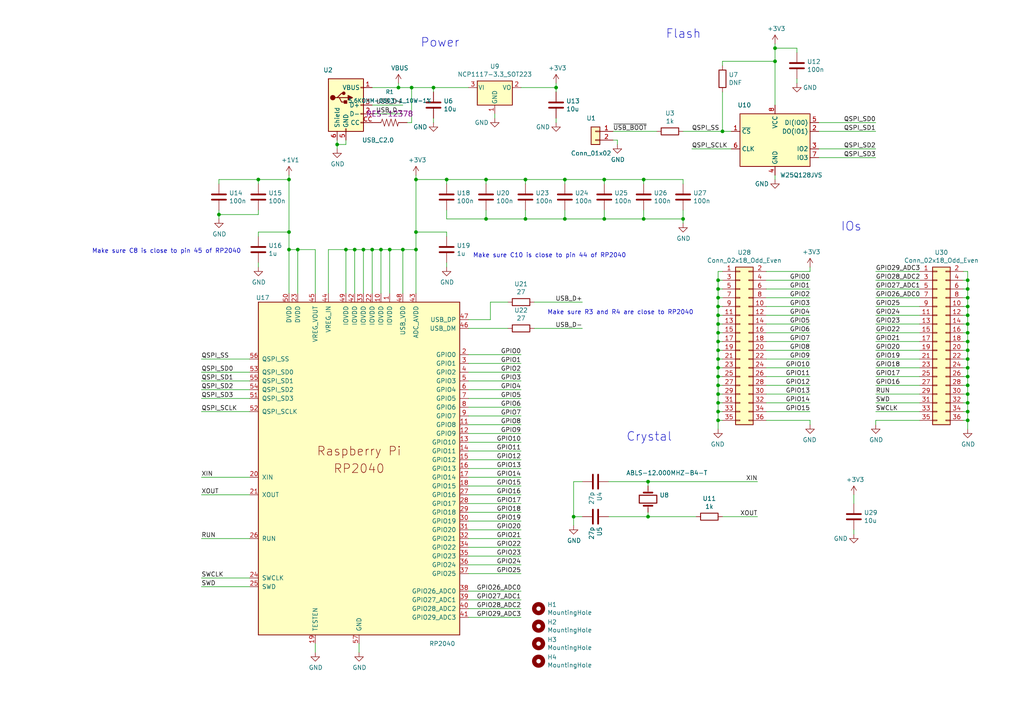
<source format=kicad_sch>
(kicad_sch (version 20211123) (generator eeschema)
  (paper "A4")
  (lib_symbols
    (symbol "Connector_Generic:Conn_01x02" (pin_names (offset 1.016) hide)
      (property "Reference" "J" (at 0 2.54 0))
      (property "Value" "Conn_01x02" (at 0 -5.08 0))
      (symbol "Conn_01x02_1_1"
        (rectangle (start -1.27 -2.413) (end 0 -2.667) (stroke (width 0.1524)))
        (rectangle (start -1.27 0.127) (end 0 -0.127) (stroke (width 0.1524)))
        (rectangle (start -1.27 1.27) (end 1.27 -3.81) (stroke (width 0.254)) (fill (type background)))
        (pin passive line (at -5.08 0 0) (length 3.81) (name "Pin_1") (number "1"))
        (pin passive line (at -5.08 -2.54 0) (length 3.81) (name "Pin_2") (number "2"))
      )
    )
    (symbol "Connector_Generic:Conn_02x18_Odd_Even" (pin_names (offset 1.016) hide)
      (property "Reference" "J" (at 1.27 22.86 0))
      (property "Value" "Conn_02x18_Odd_Even" (at 1.27 -25.4 0))
      (symbol "Conn_02x18_Odd_Even_1_1"
        (rectangle (start -1.27 -22.733) (end 0 -22.987) (stroke (width 0.1524)))
        (rectangle (start -1.27 -20.193) (end 0 -20.447) (stroke (width 0.1524)))
        (rectangle (start -1.27 -17.653) (end 0 -17.907) (stroke (width 0.1524)))
        (rectangle (start -1.27 -15.113) (end 0 -15.367) (stroke (width 0.1524)))
        (rectangle (start -1.27 -12.573) (end 0 -12.827) (stroke (width 0.1524)))
        (rectangle (start -1.27 -10.033) (end 0 -10.287) (stroke (width 0.1524)))
        (rectangle (start -1.27 -7.493) (end 0 -7.747) (stroke (width 0.1524)))
        (rectangle (start -1.27 -4.953) (end 0 -5.207) (stroke (width 0.1524)))
        (rectangle (start -1.27 -2.413) (end 0 -2.667) (stroke (width 0.1524)))
        (rectangle (start -1.27 0.127) (end 0 -0.127) (stroke (width 0.1524)))
        (rectangle (start -1.27 2.667) (end 0 2.413) (stroke (width 0.1524)))
        (rectangle (start -1.27 5.207) (end 0 4.953) (stroke (width 0.1524)))
        (rectangle (start -1.27 7.747) (end 0 7.493) (stroke (width 0.1524)))
        (rectangle (start -1.27 10.287) (end 0 10.033) (stroke (width 0.1524)))
        (rectangle (start -1.27 12.827) (end 0 12.573) (stroke (width 0.1524)))
        (rectangle (start -1.27 15.367) (end 0 15.113) (stroke (width 0.1524)))
        (rectangle (start -1.27 17.907) (end 0 17.653) (stroke (width 0.1524)))
        (rectangle (start -1.27 20.447) (end 0 20.193) (stroke (width 0.1524)))
        (rectangle (start -1.27 21.59) (end 3.81 -24.13) (stroke (width 0.254)) (fill (type background)))
        (rectangle (start 3.81 -22.733) (end 2.54 -22.987) (stroke (width 0.1524)))
        (rectangle (start 3.81 -20.193) (end 2.54 -20.447) (stroke (width 0.1524)))
        (rectangle (start 3.81 -17.653) (end 2.54 -17.907) (stroke (width 0.1524)))
        (rectangle (start 3.81 -15.113) (end 2.54 -15.367) (stroke (width 0.1524)))
        (rectangle (start 3.81 -12.573) (end 2.54 -12.827) (stroke (width 0.1524)))
        (rectangle (start 3.81 -10.033) (end 2.54 -10.287) (stroke (width 0.1524)))
        (rectangle (start 3.81 -7.493) (end 2.54 -7.747) (stroke (width 0.1524)))
        (rectangle (start 3.81 -4.953) (end 2.54 -5.207) (stroke (width 0.1524)))
        (rectangle (start 3.81 -2.413) (end 2.54 -2.667) (stroke (width 0.1524)))
        (rectangle (start 3.81 0.127) (end 2.54 -0.127) (stroke (width 0.1524)))
        (rectangle (start 3.81 2.667) (end 2.54 2.413) (stroke (width 0.1524)))
        (rectangle (start 3.81 5.207) (end 2.54 4.953) (stroke (width 0.1524)))
        (rectangle (start 3.81 7.747) (end 2.54 7.493) (stroke (width 0.1524)))
        (rectangle (start 3.81 10.287) (end 2.54 10.033) (stroke (width 0.1524)))
        (rectangle (start 3.81 12.827) (end 2.54 12.573) (stroke (width 0.1524)))
        (rectangle (start 3.81 15.367) (end 2.54 15.113) (stroke (width 0.1524)))
        (rectangle (start 3.81 17.907) (end 2.54 17.653) (stroke (width 0.1524)))
        (rectangle (start 3.81 20.447) (end 2.54 20.193) (stroke (width 0.1524)))
        (pin passive line (at -5.08 20.32 0) (length 3.81) (name "Pin_1") (number "1"))
        (pin passive line (at 7.62 10.16 180) (length 3.81) (name "Pin_10") (number "10"))
        (pin passive line (at -5.08 7.62 0) (length 3.81) (name "Pin_11") (number "11"))
        (pin passive line (at 7.62 7.62 180) (length 3.81) (name "Pin_12") (number "12"))
        (pin passive line (at -5.08 5.08 0) (length 3.81) (name "Pin_13") (number "13"))
        (pin passive line (at 7.62 5.08 180) (length 3.81) (name "Pin_14") (number "14"))
        (pin passive line (at -5.08 2.54 0) (length 3.81) (name "Pin_15") (number "15"))
        (pin passive line (at 7.62 2.54 180) (length 3.81) (name "Pin_16") (number "16"))
        (pin passive line (at -5.08 0 0) (length 3.81) (name "Pin_17") (number "17"))
        (pin passive line (at 7.62 0 180) (length 3.81) (name "Pin_18") (number "18"))
        (pin passive line (at -5.08 -2.54 0) (length 3.81) (name "Pin_19") (number "19"))
        (pin passive line (at 7.62 20.32 180) (length 3.81) (name "Pin_2") (number "2"))
        (pin passive line (at 7.62 -2.54 180) (length 3.81) (name "Pin_20") (number "20"))
        (pin passive line (at -5.08 -5.08 0) (length 3.81) (name "Pin_21") (number "21"))
        (pin passive line (at 7.62 -5.08 180) (length 3.81) (name "Pin_22") (number "22"))
        (pin passive line (at -5.08 -7.62 0) (length 3.81) (name "Pin_23") (number "23"))
        (pin passive line (at 7.62 -7.62 180) (length 3.81) (name "Pin_24") (number "24"))
        (pin passive line (at -5.08 -10.16 0) (length 3.81) (name "Pin_25") (number "25"))
        (pin passive line (at 7.62 -10.16 180) (length 3.81) (name "Pin_26") (number "26"))
        (pin passive line (at -5.08 -12.7 0) (length 3.81) (name "Pin_27") (number "27"))
        (pin passive line (at 7.62 -12.7 180) (length 3.81) (name "Pin_28") (number "28"))
        (pin passive line (at -5.08 -15.24 0) (length 3.81) (name "Pin_29") (number "29"))
        (pin passive line (at -5.08 17.78 0) (length 3.81) (name "Pin_3") (number "3"))
        (pin passive line (at 7.62 -15.24 180) (length 3.81) (name "Pin_30") (number "30"))
        (pin passive line (at -5.08 -17.78 0) (length 3.81) (name "Pin_31") (number "31"))
        (pin passive line (at 7.62 -17.78 180) (length 3.81) (name "Pin_32") (number "32"))
        (pin passive line (at -5.08 -20.32 0) (length 3.81) (name "Pin_33") (number "33"))
        (pin passive line (at 7.62 -20.32 180) (length 3.81) (name "Pin_34") (number "34"))
        (pin passive line (at -5.08 -22.86 0) (length 3.81) (name "Pin_35") (number "35"))
        (pin passive line (at 7.62 -22.86 180) (length 3.81) (name "Pin_36") (number "36"))
        (pin passive line (at 7.62 17.78 180) (length 3.81) (name "Pin_4") (number "4"))
        (pin passive line (at -5.08 15.24 0) (length 3.81) (name "Pin_5") (number "5"))
        (pin passive line (at 7.62 15.24 180) (length 3.81) (name "Pin_6") (number "6"))
        (pin passive line (at -5.08 12.7 0) (length 3.81) (name "Pin_7") (number "7"))
        (pin passive line (at 7.62 12.7 180) (length 3.81) (name "Pin_8") (number "8"))
        (pin passive line (at -5.08 10.16 0) (length 3.81) (name "Pin_9") (number "9"))
      )
    )
    (symbol "Device:C" (pin_numbers hide) (pin_names (offset 0.254))
      (property "Reference" "C" (at 0.635 2.54 0))
      (property "Value" "C" (at 0.635 -2.54 0))
      (symbol "C_0_1"
        (polyline (pts (xy -2.032 -0.762) (xy 2.032 -0.762)) (stroke (width 0.508)))
        (polyline (pts (xy -2.032 0.762) (xy 2.032 0.762)) (stroke (width 0.508)))
      )
      (symbol "C_1_1"
        (pin passive line (at 0 3.81 270) (length 2.794) (name "~") (number "1"))
        (pin passive line (at 0 -3.81 90) (length 2.794) (name "~") (number "2"))
      )
    )
    (symbol "Device:Crystal" (pin_numbers hide) (pin_names (offset 1.016) hide)
      (property "Reference" "Y" (at 0 3.81 0))
      (property "Value" "Crystal" (at 0 -3.81 0))
      (symbol "Crystal_0_1"
        (rectangle (start -1.143 2.54) (end 1.143 -2.54) (stroke (width 0.3048)))
        (polyline (pts (xy -2.54 0) (xy -1.905 0)))
        (polyline (pts (xy -1.905 -1.27) (xy -1.905 1.27)) (stroke (width 0.508)))
        (polyline (pts (xy 1.905 -1.27) (xy 1.905 1.27)) (stroke (width 0.508)))
        (polyline (pts (xy 2.54 0) (xy 1.905 0)))
      )
      (symbol "Crystal_1_1"
        (pin passive line (at -3.81 0 0) (length 1.27) (name "1") (number "1"))
        (pin passive line (at 3.81 0 180) (length 1.27) (name "2") (number "2"))
      )
    )
    (symbol "Device:R" (pin_numbers hide) (pin_names (offset 0))
      (property "Reference" "R" (at 2.032 0 90))
      (property "Value" "R" (at 0 0 90))
      (symbol "R_0_1"
        (rectangle (start -1.016 -2.54) (end 1.016 2.54) (stroke (width 0.254)))
      )
      (symbol "R_1_1"
        (pin passive line (at 0 3.81 270) (length 1.27) (name "~") (number "1"))
        (pin passive line (at 0 -3.81 90) (length 1.27) (name "~") (number "2"))
      )
    )
    (symbol "MCU_RaspberryPi_RP2040:RP2040" (pin_names (offset 1.016))
      (property "Reference" "U" (at -29.21 49.53 0))
      (property "Value" "RP2040" (at 24.13 -49.53 0))
      (symbol "RP2040_0_0"
        (text "Raspberry Pi" (at 0 5.08 0) (effects (font (size 2.54 2.54))))
        (text "RP2040" (at 0 0 0) (effects (font (size 2.54 2.54))))
      )
      (symbol "RP2040_0_1"
        (rectangle (start 29.21 48.26) (end -29.21 -48.26) (stroke (width 0.254)) (fill (type background)))
      )
      (symbol "RP2040_1_1"
        (pin power_in line (at 8.89 50.8 270) (length 2.54) (name "IOVDD") (number "1"))
        (pin power_in line (at 6.35 50.8 270) (length 2.54) (name "IOVDD") (number "10"))
        (pin bidirectional line (at 31.75 12.7 180) (length 2.54) (name "GPIO8") (number "11"))
        (pin bidirectional line (at 31.75 10.16 180) (length 2.54) (name "GPIO9") (number "12"))
        (pin bidirectional line (at 31.75 7.62 180) (length 2.54) (name "GPIO10") (number "13"))
        (pin bidirectional line (at 31.75 5.08 180) (length 2.54) (name "GPIO11") (number "14"))
        (pin bidirectional line (at 31.75 2.54 180) (length 2.54) (name "GPIO12") (number "15"))
        (pin bidirectional line (at 31.75 0 180) (length 2.54) (name "GPIO13") (number "16"))
        (pin bidirectional line (at 31.75 -2.54 180) (length 2.54) (name "GPIO14") (number "17"))
        (pin bidirectional line (at 31.75 -5.08 180) (length 2.54) (name "GPIO15") (number "18"))
        (pin passive line (at -12.7 -50.8 90) (length 2.54) (name "TESTEN") (number "19"))
        (pin bidirectional line (at 31.75 33.02 180) (length 2.54) (name "GPIO0") (number "2"))
        (pin input line (at -31.75 -2.54 0) (length 2.54) (name "XIN") (number "20"))
        (pin passive line (at -31.75 -7.62 0) (length 2.54) (name "XOUT") (number "21"))
        (pin power_in line (at 3.81 50.8 270) (length 2.54) (name "IOVDD") (number "22"))
        (pin power_in line (at -17.78 50.8 270) (length 2.54) (name "DVDD") (number "23"))
        (pin output line (at -31.75 -31.75 0) (length 2.54) (name "SWCLK") (number "24"))
        (pin bidirectional line (at -31.75 -34.29 0) (length 2.54) (name "SWD") (number "25"))
        (pin input line (at -31.75 -20.32 0) (length 2.54) (name "RUN") (number "26"))
        (pin bidirectional line (at 31.75 -7.62 180) (length 2.54) (name "GPIO16") (number "27"))
        (pin bidirectional line (at 31.75 -10.16 180) (length 2.54) (name "GPIO17") (number "28"))
        (pin bidirectional line (at 31.75 -12.7 180) (length 2.54) (name "GPIO18") (number "29"))
        (pin bidirectional line (at 31.75 30.48 180) (length 2.54) (name "GPIO1") (number "3"))
        (pin bidirectional line (at 31.75 -15.24 180) (length 2.54) (name "GPIO19") (number "30"))
        (pin bidirectional line (at 31.75 -17.78 180) (length 2.54) (name "GPIO20") (number "31"))
        (pin bidirectional line (at 31.75 -20.32 180) (length 2.54) (name "GPIO21") (number "32"))
        (pin power_in line (at 1.27 50.8 270) (length 2.54) (name "IOVDD") (number "33"))
        (pin bidirectional line (at 31.75 -22.86 180) (length 2.54) (name "GPIO22") (number "34"))
        (pin bidirectional line (at 31.75 -25.4 180) (length 2.54) (name "GPIO23") (number "35"))
        (pin bidirectional line (at 31.75 -27.94 180) (length 2.54) (name "GPIO24") (number "36"))
        (pin bidirectional line (at 31.75 -30.48 180) (length 2.54) (name "GPIO25") (number "37"))
        (pin bidirectional line (at 31.75 -35.56 180) (length 2.54) (name "GPIO26_ADC0") (number "38"))
        (pin bidirectional line (at 31.75 -38.1 180) (length 2.54) (name "GPIO27_ADC1") (number "39"))
        (pin bidirectional line (at 31.75 27.94 180) (length 2.54) (name "GPIO2") (number "4"))
        (pin bidirectional line (at 31.75 -40.64 180) (length 2.54) (name "GPIO28_ADC2") (number "40"))
        (pin bidirectional line (at 31.75 -43.18 180) (length 2.54) (name "GPIO29_ADC3") (number "41"))
        (pin power_in line (at -1.27 50.8 270) (length 2.54) (name "IOVDD") (number "42"))
        (pin power_in line (at 16.51 50.8 270) (length 2.54) (name "ADC_AVDD") (number "43"))
        (pin power_in line (at -8.89 50.8 270) (length 2.54) (name "VREG_IN") (number "44"))
        (pin power_out line (at -12.7 50.8 270) (length 2.54) (name "VREG_VOUT") (number "45"))
        (pin bidirectional line (at 31.75 40.64 180) (length 2.54) (name "USB_DM") (number "46"))
        (pin bidirectional line (at 31.75 43.18 180) (length 2.54) (name "USB_DP") (number "47"))
        (pin power_in line (at 12.7 50.8 270) (length 2.54) (name "USB_VDD") (number "48"))
        (pin power_in line (at -3.81 50.8 270) (length 2.54) (name "IOVDD") (number "49"))
        (pin bidirectional line (at 31.75 25.4 180) (length 2.54) (name "GPIO3") (number "5"))
        (pin power_in line (at -20.32 50.8 270) (length 2.54) (name "DVDD") (number "50"))
        (pin bidirectional line (at -31.75 20.32 0) (length 2.54) (name "QSPI_SD3") (number "51"))
        (pin output line (at -31.75 16.51 0) (length 2.54) (name "QSPI_SCLK") (number "52"))
        (pin bidirectional line (at -31.75 27.94 0) (length 2.54) (name "QSPI_SD0") (number "53"))
        (pin bidirectional line (at -31.75 22.86 0) (length 2.54) (name "QSPI_SD2") (number "54"))
        (pin bidirectional line (at -31.75 25.4 0) (length 2.54) (name "QSPI_SD1") (number "55"))
        (pin bidirectional line (at -31.75 31.75 0) (length 2.54) (name "QSPI_SS") (number "56"))
        (pin power_in line (at 0 -50.8 90) (length 2.54) (name "GND") (number "57"))
        (pin bidirectional line (at 31.75 22.86 180) (length 2.54) (name "GPIO4") (number "6"))
        (pin bidirectional line (at 31.75 20.32 180) (length 2.54) (name "GPIO5") (number "7"))
        (pin bidirectional line (at 31.75 17.78 180) (length 2.54) (name "GPIO6") (number "8"))
        (pin bidirectional line (at 31.75 15.24 180) (length 2.54) (name "GPIO7") (number "9"))
      )
    )
    (symbol "Mechanical:MountingHole" (pin_names (offset 1.016))
      (property "Reference" "H" (at 0 5.08 0))
      (property "Value" "MountingHole" (at 0 3.175 0))
      (symbol "MountingHole_0_1"
        (circle (center 0 0) (radius 1.27) (stroke (width 1.27)))
      )
    )
    (symbol "Memory_Flash:W25Q128JVS"
      (property "Reference" "U" (at -8.89 8.89 0))
      (property "Value" "W25Q128JVS" (at 7.62 8.89 0))
      (symbol "W25Q128JVS_0_1"
        (rectangle (start -10.16 7.62) (end 10.16 -7.62) (stroke (width 0.254)) (fill (type background)))
      )
      (symbol "W25Q128JVS_1_1"
        (pin input line (at -12.7 2.54 0) (length 2.54) (name "~{CS}") (number "1"))
        (pin bidirectional line (at 12.7 2.54 180) (length 2.54) (name "DO(IO1)") (number "2"))
        (pin bidirectional line (at 12.7 -2.54 180) (length 2.54) (name "IO2") (number "3"))
        (pin power_in line (at 0 -10.16 90) (length 2.54) (name "GND") (number "4"))
        (pin bidirectional line (at 12.7 5.08 180) (length 2.54) (name "DI(IO0)") (number "5"))
        (pin input line (at -12.7 -2.54 0) (length 2.54) (name "CLK") (number "6"))
        (pin bidirectional line (at 12.7 -5.08 180) (length 2.54) (name "IO3") (number "7"))
        (pin power_in line (at 0 10.16 270) (length 2.54) (name "VCC") (number "8"))
      )
    )
    (symbol "RP2040_minimal-rescue:USB_B_Micro-Connector" (pin_names (offset 1.016))
      (property "Reference" "U2" (at -3.81 10.16 0))
      (property "Value" "USB_C2.0" (at 13.97 -10.16 0))
      (symbol "USB_B_Micro-Connector_0_1"
        (rectangle (start -5.08 -7.62) (end 5.08 7.62) (stroke (width 0.254)) (fill (type background)))
        (circle (center -3.81 2.159) (radius 0.635) (stroke (width 0.254)) (fill (type outline)))
        (circle (center -0.635 3.429) (radius 0.381) (stroke (width 0.254)) (fill (type outline)))
        (rectangle (start -0.127 -7.62) (end 0.127 -6.858))
        (polyline (pts (xy -1.905 2.159) (xy 0.635 2.159)) (stroke (width 0.254)))
        (polyline (pts (xy -3.175 2.159) (xy -2.54 2.159) (xy -1.27 3.429) (xy -0.635 3.429)) (stroke (width 0.254)))
        (polyline (pts (xy -2.54 2.159) (xy -1.905 2.159) (xy -1.27 0.889) (xy 0 0.889)) (stroke (width 0.254)))
        (polyline (pts (xy 0.635 2.794) (xy 0.635 1.524) (xy 1.905 2.159) (xy 0.635 2.794)) (stroke (width 0.254)) (fill (type outline)))
        (rectangle (start 0.254 1.27) (end -0.508 0.508) (stroke (width 0.254)) (fill (type outline)))
        (rectangle (start 5.08 -5.207) (end 4.318 -4.953))
        (rectangle (start 5.08 -2.667) (end 4.318 -2.413))
        (rectangle (start 5.08 -0.127) (end 4.318 0.127))
        (rectangle (start 5.08 4.953) (end 4.318 5.207))
      )
      (symbol "USB_B_Micro-Connector_1_1"
        (pin power_out line (at 7.62 5.08 180) (length 2.54) (name "VBUS") (number "1"))
        (pin passive line (at 7.62 -2.54 180) (length 2.54) (name "D-") (number "2"))
        (pin passive line (at 7.62 0 180) (length 2.54) (name "D+") (number "3"))
        (pin power_out line (at 0 -10.16 90) (length 2.54) (name "GND") (number "5"))
        (pin passive line (at -2.54 -10.16 90) (length 2.54) (name "Shield") (number "6"))
        (pin passive line (at 7.62 -5.08 180) (length 2.54) (name "CC") (number "CC"))
      )
    )
    (symbol "Regulator_Linear:NCP1117-3.3_SOT223" (pin_names (offset 0.254))
      (property "Reference" "U" (at -3.81 3.175 0))
      (property "Value" "NCP1117-3.3_SOT223" (at 0 3.175 0))
      (symbol "NCP1117-3.3_SOT223_0_1"
        (rectangle (start -5.08 -5.08) (end 5.08 1.905) (stroke (width 0.254)) (fill (type background)))
      )
      (symbol "NCP1117-3.3_SOT223_1_1"
        (pin power_in line (at 0 -7.62 90) (length 2.54) (name "GND") (number "1"))
        (pin power_out line (at 7.62 0 180) (length 2.54) (name "VO") (number "2"))
        (pin power_in line (at -7.62 0 0) (length 2.54) (name "VI") (number "3"))
      )
    )
    (symbol "SparkFun-Resistors:5.6KOHM-0603-1_10W-1%" (pin_numbers hide) (pin_names (offset 1.016) hide)
      (property "Reference" "R" (at -5.08 1.27 0))
      (property "Value" "5.6KOHM-0603-1_10W-1%" (at -5.08 -3.81 0))
      (property "Field4" "RES-12378" (at 0 5.08 0))
      (symbol "5.6KOHM-0603-1_10W-1%_1_0"
        (polyline (pts (xy -2.54 0) (xy -2.159 1.016)))
        (polyline (pts (xy -2.159 1.016) (xy -1.524 -1.016)))
        (polyline (pts (xy -1.524 -1.016) (xy -0.889 1.016)))
        (polyline (pts (xy -0.889 1.016) (xy -0.254 -1.016)))
        (polyline (pts (xy -0.254 -1.016) (xy 0.381 1.016)))
        (polyline (pts (xy 0.381 1.016) (xy 1.016 -1.016)))
        (polyline (pts (xy 1.016 -1.016) (xy 1.651 1.016)))
        (polyline (pts (xy 1.651 1.016) (xy 2.286 -1.016)))
        (polyline (pts (xy 2.286 -1.016) (xy 2.54 0)))
      )
      (symbol "5.6KOHM-0603-1_10W-1%_1_1"
        (pin passive line (at -5.08 0 0) (length 2.54) (name "1") (number "1"))
        (pin passive line (at 5.08 0 180) (length 2.54) (name "2") (number "2"))
      )
    )
    (symbol "power:+1V1" (power) (pin_names (offset 0))
      (property "Value" "+1V1" (at 0 3.556 0))
      (symbol "+1V1_0_1"
        (polyline (pts (xy -0.762 1.27) (xy 0 2.54)))
        (polyline (pts (xy 0 0) (xy 0 2.54)))
        (polyline (pts (xy 0 2.54) (xy 0.762 1.27)))
      )
      (symbol "+1V1_1_1"
        (pin power_in line (at 0 0 90) (length 0) hide (name "+1V1") (number "1"))
      )
    )
    (symbol "power:+3V3" (power) (pin_names (offset 0))
      (property "Value" "+3V3" (at 0 3.556 0))
      (symbol "+3V3_0_1"
        (polyline (pts (xy -0.762 1.27) (xy 0 2.54)))
        (polyline (pts (xy 0 0) (xy 0 2.54)))
        (polyline (pts (xy 0 2.54) (xy 0.762 1.27)))
      )
      (symbol "+3V3_1_1"
        (pin power_in line (at 0 0 90) (length 0) hide (name "+3V3") (number "1"))
      )
    )
    (symbol "power:GND" (power) (pin_names (offset 0))
      (property "Value" "GND" (at 0 -3.81 0))
      (symbol "GND_0_1"
        (polyline (pts (xy 0 0) (xy 0 -1.27) (xy 1.27 -1.27) (xy 0 -2.54) (xy -1.27 -1.27) (xy 0 -1.27)))
      )
      (symbol "GND_1_1"
        (pin power_in line (at 0 0 270) (length 0) hide (name "GND") (number "1"))
      )
    )
    (symbol "power:VBUS" (power) (pin_names (offset 0))
      (property "Value" "VBUS" (at 0 3.81 0))
      (symbol "VBUS_0_1"
        (polyline (pts (xy -0.762 1.27) (xy 0 2.54)))
        (polyline (pts (xy 0 0) (xy 0 2.54)))
        (polyline (pts (xy 0 2.54) (xy 0.762 1.27)))
      )
      (symbol "VBUS_1_1"
        (pin power_in line (at 0 0 90) (length 0) hide (name "VBUS") (number "1"))
      )
    )
  )
  (junction (at 280.67 91.44))
  (junction (at 280.67 119.38))
  (junction (at 163.83 52.07))
  (junction (at 208.28 109.22))
  (junction (at 208.28 106.68))
  (junction (at 120.65 52.07))
  (junction (at 280.67 121.92))
  (junction (at 120.65 67.31))
  (junction (at 208.28 111.76))
  (junction (at 63.5 62.23))
  (junction (at 83.82 72.39))
  (junction (at 208.28 101.6))
  (junction (at 280.67 86.36))
  (junction (at 208.28 81.28))
  (junction (at 186.69 63.5))
  (junction (at 186.69 52.07))
  (junction (at 280.67 93.98))
  (junction (at 97.79 41.91))
  (junction (at 74.93 52.07))
  (junction (at 280.67 116.84))
  (junction (at 86.36 72.39))
  (junction (at 175.26 63.5))
  (junction (at 152.4 63.5))
  (junction (at 208.28 83.82))
  (junction (at 208.28 116.84))
  (junction (at 83.82 52.07))
  (junction (at 280.67 83.82))
  (junction (at 280.67 111.76))
  (junction (at 140.97 52.07))
  (junction (at 140.97 63.5))
  (junction (at 208.28 91.44))
  (junction (at 280.67 114.3))
  (junction (at 280.67 96.52))
  (junction (at 209.55 38.1))
  (junction (at 280.67 99.06))
  (junction (at 187.96 149.86))
  (junction (at 208.28 114.3))
  (junction (at 224.79 13.97))
  (junction (at 208.28 86.36))
  (junction (at 107.95 72.39))
  (junction (at 125.73 25.4))
  (junction (at 280.67 104.14))
  (junction (at 115.57 25.4))
  (junction (at 113.03 72.39))
  (junction (at 166.37 149.86))
  (junction (at 102.87 72.39))
  (junction (at 280.67 109.22))
  (junction (at 152.4 52.07))
  (junction (at 187.96 139.7))
  (junction (at 110.49 72.39))
  (junction (at 129.54 52.07))
  (junction (at 208.28 104.14))
  (junction (at 163.83 63.5))
  (junction (at 208.28 96.52))
  (junction (at 208.28 88.9))
  (junction (at 208.28 93.98))
  (junction (at 208.28 121.92))
  (junction (at 198.12 63.5))
  (junction (at 83.82 67.31))
  (junction (at 280.67 106.68))
  (junction (at 280.67 81.28))
  (junction (at 161.29 25.4))
  (junction (at 105.41 72.39))
  (junction (at 175.26 52.07))
  (junction (at 280.67 101.6))
  (junction (at 116.84 72.39))
  (junction (at 280.67 88.9))
  (junction (at 119.38 25.4))
  (junction (at 208.28 99.06))
  (junction (at 100.33 72.39))
  (junction (at 208.28 119.38))
  (junction (at 120.65 72.39))
  (junction (at 224.79 17.78))
  (wire (pts (xy 237.49 43.18) (xy 254 43.18)))
  (wire (pts (xy 86.36 72.39) (xy 83.82 72.39)))
  (wire (pts (xy 231.14 22.86) (xy 231.14 24.13)))
  (wire (pts (xy 266.7 109.22) (xy 254 109.22)))
  (wire (pts (xy 208.28 86.36) (xy 208.28 88.9)))
  (wire (pts (xy 135.89 118.11) (xy 151.13 118.11)))
  (wire (pts (xy 135.89 123.19) (xy 151.13 123.19)))
  (wire (pts (xy 135.89 173.99) (xy 151.13 173.99)))
  (wire (pts (xy 175.26 53.34) (xy 175.26 52.07)))
  (wire (pts (xy 163.83 63.5) (xy 152.4 63.5)))
  (wire (pts (xy 266.7 78.74) (xy 254 78.74)))
  (wire (pts (xy 135.89 163.83) (xy 151.13 163.83)))
  (wire (pts (xy 72.39 143.51) (xy 58.42 143.51)))
  (wire (pts (xy 129.54 52.07) (xy 140.97 52.07)))
  (wire (pts (xy 279.4 106.68) (xy 280.67 106.68)))
  (wire (pts (xy 72.39 170.18) (xy 58.42 170.18)))
  (wire (pts (xy 209.55 78.74) (xy 208.28 78.74)))
  (wire (pts (xy 234.95 78.74) (xy 234.95 77.47)))
  (wire (pts (xy 135.89 166.37) (xy 151.13 166.37)))
  (wire (pts (xy 279.4 104.14) (xy 280.67 104.14)))
  (wire (pts (xy 63.5 62.23) (xy 63.5 63.5)))
  (wire (pts (xy 187.96 140.97) (xy 187.96 139.7)))
  (wire (pts (xy 142.24 87.63) (xy 147.32 87.63)))
  (wire (pts (xy 100.33 72.39) (xy 102.87 72.39)))
  (wire (pts (xy 135.89 153.67) (xy 151.13 153.67)))
  (wire (pts (xy 135.89 161.29) (xy 151.13 161.29)))
  (wire (pts (xy 208.28 81.28) (xy 208.28 83.82)))
  (wire (pts (xy 209.55 99.06) (xy 208.28 99.06)))
  (wire (pts (xy 209.55 96.52) (xy 208.28 96.52)))
  (wire (pts (xy 58.42 110.49) (xy 72.39 110.49)))
  (wire (pts (xy 200.66 43.18) (xy 212.09 43.18)))
  (wire (pts (xy 234.95 86.36) (xy 222.25 86.36)))
  (wire (pts (xy 279.4 99.06) (xy 280.67 99.06)))
  (wire (pts (xy 116.84 72.39) (xy 120.65 72.39)))
  (wire (pts (xy 129.54 60.96) (xy 129.54 63.5)))
  (wire (pts (xy 152.4 60.96) (xy 152.4 63.5)))
  (wire (pts (xy 186.69 60.96) (xy 186.69 63.5)))
  (wire (pts (xy 107.95 85.09) (xy 107.95 72.39)))
  (wire (pts (xy 198.12 53.34) (xy 198.12 52.07)))
  (wire (pts (xy 266.7 111.76) (xy 254 111.76)))
  (wire (pts (xy 135.89 115.57) (xy 151.13 115.57)))
  (wire (pts (xy 135.89 171.45) (xy 151.13 171.45)))
  (wire (pts (xy 234.95 106.68) (xy 222.25 106.68)))
  (wire (pts (xy 266.7 81.28) (xy 254 81.28)))
  (wire (pts (xy 279.4 93.98) (xy 280.67 93.98)))
  (wire (pts (xy 135.89 125.73) (xy 151.13 125.73)))
  (wire (pts (xy 154.94 87.63) (xy 168.91 87.63)))
  (wire (pts (xy 143.51 33.02) (xy 143.51 34.29)))
  (wire (pts (xy 280.67 106.68) (xy 280.67 109.22)))
  (wire (pts (xy 161.29 26.67) (xy 161.29 25.4)))
  (wire (pts (xy 125.73 26.67) (xy 125.73 25.4)))
  (wire (pts (xy 107.95 30.48) (xy 116.84 30.48)))
  (wire (pts (xy 91.44 85.09) (xy 91.44 72.39)))
  (wire (pts (xy 209.55 121.92) (xy 208.28 121.92)))
  (wire (pts (xy 209.55 101.6) (xy 208.28 101.6)))
  (wire (pts (xy 129.54 53.34) (xy 129.54 52.07)))
  (wire (pts (xy 279.4 78.74) (xy 280.67 78.74)))
  (wire (pts (xy 279.4 96.52) (xy 280.67 96.52)))
  (wire (pts (xy 231.14 13.97) (xy 224.79 13.97)))
  (wire (pts (xy 166.37 139.7) (xy 166.37 149.86)))
  (wire (pts (xy 104.14 186.69) (xy 104.14 189.23)))
  (wire (pts (xy 279.4 101.6) (xy 280.67 101.6)))
  (wire (pts (xy 135.89 135.89) (xy 151.13 135.89)))
  (wire (pts (xy 186.69 53.34) (xy 186.69 52.07)))
  (wire (pts (xy 234.95 83.82) (xy 222.25 83.82)))
  (wire (pts (xy 208.28 111.76) (xy 208.28 114.3)))
  (wire (pts (xy 279.4 109.22) (xy 280.67 109.22)))
  (wire (pts (xy 100.33 85.09) (xy 100.33 72.39)))
  (wire (pts (xy 135.89 107.95) (xy 151.13 107.95)))
  (wire (pts (xy 179.07 40.64) (xy 179.07 41.91)))
  (wire (pts (xy 190.5 38.1) (xy 177.8 38.1)))
  (wire (pts (xy 63.5 53.34) (xy 63.5 52.07)))
  (wire (pts (xy 209.55 116.84) (xy 208.28 116.84)))
  (wire (pts (xy 208.28 83.82) (xy 208.28 86.36)))
  (wire (pts (xy 129.54 68.58) (xy 129.54 67.31)))
  (wire (pts (xy 176.53 149.86) (xy 187.96 149.86)))
  (wire (pts (xy 186.69 63.5) (xy 175.26 63.5)))
  (wire (pts (xy 118.11 35.56) (xy 119.38 35.56)))
  (wire (pts (xy 280.67 101.6) (xy 280.67 104.14)))
  (wire (pts (xy 135.89 176.53) (xy 151.13 176.53)))
  (wire (pts (xy 116.84 85.09) (xy 116.84 72.39)))
  (wire (pts (xy 209.55 111.76) (xy 208.28 111.76)))
  (wire (pts (xy 280.67 78.74) (xy 280.67 81.28)))
  (wire (pts (xy 176.53 139.7) (xy 187.96 139.7)))
  (wire (pts (xy 208.28 119.38) (xy 208.28 121.92)))
  (wire (pts (xy 280.67 96.52) (xy 280.67 99.06)))
  (wire (pts (xy 129.54 76.2) (xy 129.54 77.47)))
  (wire (pts (xy 209.55 17.78) (xy 224.79 17.78)))
  (wire (pts (xy 152.4 52.07) (xy 163.83 52.07)))
  (wire (pts (xy 224.79 17.78) (xy 224.79 30.48)))
  (wire (pts (xy 63.5 52.07) (xy 74.93 52.07)))
  (wire (pts (xy 209.55 83.82) (xy 208.28 83.82)))
  (wire (pts (xy 209.55 109.22) (xy 208.28 109.22)))
  (wire (pts (xy 280.67 91.44) (xy 280.67 93.98)))
  (wire (pts (xy 208.28 88.9) (xy 208.28 91.44)))
  (wire (pts (xy 135.89 133.35) (xy 151.13 133.35)))
  (wire (pts (xy 105.41 72.39) (xy 107.95 72.39)))
  (wire (pts (xy 266.7 114.3) (xy 254 114.3)))
  (wire (pts (xy 234.95 109.22) (xy 222.25 109.22)))
  (wire (pts (xy 280.67 109.22) (xy 280.67 111.76)))
  (wire (pts (xy 120.65 67.31) (xy 129.54 67.31)))
  (wire (pts (xy 140.97 53.34) (xy 140.97 52.07)))
  (wire (pts (xy 279.4 81.28) (xy 280.67 81.28)))
  (wire (pts (xy 266.7 88.9) (xy 254 88.9)))
  (wire (pts (xy 107.95 25.4) (xy 115.57 25.4)))
  (wire (pts (xy 234.95 78.74) (xy 222.25 78.74)))
  (wire (pts (xy 125.73 34.29) (xy 125.73 35.56)))
  (wire (pts (xy 280.67 111.76) (xy 280.67 114.3)))
  (wire (pts (xy 234.95 88.9) (xy 222.25 88.9)))
  (wire (pts (xy 280.67 121.92) (xy 280.67 124.46)))
  (wire (pts (xy 161.29 25.4) (xy 161.29 24.13)))
  (wire (pts (xy 279.4 116.84) (xy 280.67 116.84)))
  (wire (pts (xy 83.82 50.8) (xy 83.82 52.07)))
  (wire (pts (xy 113.03 72.39) (xy 116.84 72.39)))
  (wire (pts (xy 279.4 91.44) (xy 280.67 91.44)))
  (wire (pts (xy 58.42 107.95) (xy 72.39 107.95)))
  (wire (pts (xy 224.79 12.7) (xy 224.79 13.97)))
  (wire (pts (xy 280.67 81.28) (xy 280.67 83.82)))
  (wire (pts (xy 175.26 63.5) (xy 163.83 63.5)))
  (wire (pts (xy 120.65 72.39) (xy 120.65 85.09)))
  (wire (pts (xy 266.7 83.82) (xy 254 83.82)))
  (wire (pts (xy 72.39 119.38) (xy 58.42 119.38)))
  (wire (pts (xy 91.44 186.69) (xy 91.44 189.23)))
  (wire (pts (xy 135.89 113.03) (xy 151.13 113.03)))
  (wire (pts (xy 152.4 53.34) (xy 152.4 52.07)))
  (wire (pts (xy 247.65 153.67) (xy 247.65 154.94)))
  (wire (pts (xy 83.82 52.07) (xy 83.82 67.31)))
  (wire (pts (xy 266.7 91.44) (xy 254 91.44)))
  (wire (pts (xy 110.49 85.09) (xy 110.49 72.39)))
  (wire (pts (xy 279.4 111.76) (xy 280.67 111.76)))
  (wire (pts (xy 280.67 104.14) (xy 280.67 106.68)))
  (wire (pts (xy 234.95 99.06) (xy 222.25 99.06)))
  (wire (pts (xy 266.7 86.36) (xy 254 86.36)))
  (wire (pts (xy 102.87 72.39) (xy 105.41 72.39)))
  (wire (pts (xy 140.97 60.96) (xy 140.97 63.5)))
  (wire (pts (xy 152.4 63.5) (xy 140.97 63.5)))
  (wire (pts (xy 72.39 156.21) (xy 58.42 156.21)))
  (wire (pts (xy 58.42 115.57) (xy 72.39 115.57)))
  (wire (pts (xy 247.65 143.51) (xy 247.65 146.05)))
  (wire (pts (xy 151.13 25.4) (xy 161.29 25.4)))
  (wire (pts (xy 135.89 120.65) (xy 151.13 120.65)))
  (wire (pts (xy 198.12 38.1) (xy 209.55 38.1)))
  (wire (pts (xy 135.89 148.59) (xy 151.13 148.59)))
  (wire (pts (xy 63.5 60.96) (xy 63.5 62.23)))
  (wire (pts (xy 175.26 60.96) (xy 175.26 63.5)))
  (wire (pts (xy 74.93 68.58) (xy 74.93 67.31)))
  (wire (pts (xy 237.49 35.56) (xy 254 35.56)))
  (wire (pts (xy 115.57 25.4) (xy 119.38 25.4)))
  (wire (pts (xy 234.95 111.76) (xy 222.25 111.76)))
  (wire (pts (xy 209.55 106.68) (xy 208.28 106.68)))
  (wire (pts (xy 161.29 34.29) (xy 161.29 35.56)))
  (wire (pts (xy 91.44 72.39) (xy 86.36 72.39)))
  (wire (pts (xy 280.67 99.06) (xy 280.67 101.6)))
  (wire (pts (xy 154.94 95.25) (xy 168.91 95.25)))
  (wire (pts (xy 166.37 149.86) (xy 166.37 152.4)))
  (wire (pts (xy 266.7 106.68) (xy 254 106.68)))
  (wire (pts (xy 280.67 119.38) (xy 280.67 121.92)))
  (wire (pts (xy 209.55 119.38) (xy 208.28 119.38)))
  (wire (pts (xy 95.25 72.39) (xy 100.33 72.39)))
  (wire (pts (xy 74.93 52.07) (xy 83.82 52.07)))
  (wire (pts (xy 168.91 149.86) (xy 166.37 149.86)))
  (wire (pts (xy 135.89 179.07) (xy 151.13 179.07)))
  (wire (pts (xy 135.89 158.75) (xy 151.13 158.75)))
  (wire (pts (xy 266.7 96.52) (xy 254 96.52)))
  (wire (pts (xy 266.7 93.98) (xy 254 93.98)))
  (wire (pts (xy 107.95 72.39) (xy 110.49 72.39)))
  (wire (pts (xy 209.55 93.98) (xy 208.28 93.98)))
  (wire (pts (xy 140.97 52.07) (xy 152.4 52.07)))
  (wire (pts (xy 234.95 114.3) (xy 222.25 114.3)))
  (wire (pts (xy 163.83 60.96) (xy 163.83 63.5)))
  (wire (pts (xy 63.5 62.23) (xy 74.93 62.23)))
  (wire (pts (xy 234.95 91.44) (xy 222.25 91.44)))
  (wire (pts (xy 280.67 88.9) (xy 280.67 91.44)))
  (wire (pts (xy 135.89 95.25) (xy 147.32 95.25)))
  (wire (pts (xy 135.89 138.43) (xy 151.13 138.43)))
  (wire (pts (xy 110.49 72.39) (xy 113.03 72.39)))
  (wire (pts (xy 163.83 52.07) (xy 175.26 52.07)))
  (wire (pts (xy 254 123.19) (xy 254 121.92)))
  (wire (pts (xy 140.97 63.5) (xy 129.54 63.5)))
  (wire (pts (xy 142.24 87.63) (xy 142.24 92.71)))
  (wire (pts (xy 279.4 121.92) (xy 280.67 121.92)))
  (wire (pts (xy 107.95 33.02) (xy 116.84 33.02)))
  (wire (pts (xy 208.28 93.98) (xy 208.28 96.52)))
  (wire (pts (xy 74.93 62.23) (xy 74.93 60.96)))
  (wire (pts (xy 224.79 50.8) (xy 224.79 52.07)))
  (wire (pts (xy 120.65 67.31) (xy 120.65 72.39)))
  (wire (pts (xy 135.89 130.81) (xy 151.13 130.81)))
  (wire (pts (xy 113.03 72.39) (xy 113.03 85.09)))
  (wire (pts (xy 231.14 15.24) (xy 231.14 13.97)))
  (wire (pts (xy 74.93 76.2) (xy 74.93 77.47)))
  (wire (pts (xy 187.96 139.7) (xy 219.71 139.7)))
  (wire (pts (xy 120.65 52.07) (xy 120.65 67.31)))
  (wire (pts (xy 280.67 93.98) (xy 280.67 96.52)))
  (wire (pts (xy 208.28 121.92) (xy 208.28 124.46)))
  (wire (pts (xy 280.67 86.36) (xy 280.67 88.9)))
  (wire (pts (xy 208.28 109.22) (xy 208.28 111.76)))
  (wire (pts (xy 135.89 92.71) (xy 142.24 92.71)))
  (wire (pts (xy 198.12 60.96) (xy 198.12 63.5)))
  (wire (pts (xy 102.87 85.09) (xy 102.87 72.39)))
  (wire (pts (xy 119.38 35.56) (xy 119.38 25.4)))
  (wire (pts (xy 208.28 116.84) (xy 208.28 119.38)))
  (wire (pts (xy 198.12 63.5) (xy 198.12 64.77)))
  (wire (pts (xy 135.89 143.51) (xy 151.13 143.51)))
  (wire (pts (xy 83.82 72.39) (xy 83.82 85.09)))
  (wire (pts (xy 100.33 40.64) (xy 100.33 41.91)))
  (wire (pts (xy 74.93 67.31) (xy 83.82 67.31)))
  (wire (pts (xy 115.57 24.13) (xy 115.57 25.4)))
  (wire (pts (xy 72.39 167.64) (xy 58.42 167.64)))
  (wire (pts (xy 135.89 156.21) (xy 151.13 156.21)))
  (wire (pts (xy 208.28 99.06) (xy 208.28 101.6)))
  (wire (pts (xy 234.95 121.92) (xy 222.25 121.92)))
  (wire (pts (xy 280.67 116.84) (xy 280.67 119.38)))
  (wire (pts (xy 168.91 139.7) (xy 166.37 139.7)))
  (wire (pts (xy 135.89 151.13) (xy 151.13 151.13)))
  (wire (pts (xy 224.79 13.97) (xy 224.79 17.78)))
  (wire (pts (xy 234.95 81.28) (xy 222.25 81.28)))
  (wire (pts (xy 209.55 114.3) (xy 208.28 114.3)))
  (wire (pts (xy 209.55 26.67) (xy 209.55 38.1)))
  (wire (pts (xy 208.28 114.3) (xy 208.28 116.84)))
  (wire (pts (xy 209.55 19.05) (xy 209.55 17.78)))
  (wire (pts (xy 237.49 45.72) (xy 254 45.72)))
  (wire (pts (xy 208.28 91.44) (xy 208.28 93.98)))
  (wire (pts (xy 209.55 104.14) (xy 208.28 104.14)))
  (wire (pts (xy 266.7 119.38) (xy 254 119.38)))
  (wire (pts (xy 234.95 101.6) (xy 222.25 101.6)))
  (wire (pts (xy 175.26 52.07) (xy 186.69 52.07)))
  (wire (pts (xy 254 121.92) (xy 266.7 121.92)))
  (wire (pts (xy 209.55 91.44) (xy 208.28 91.44)))
  (wire (pts (xy 234.95 104.14) (xy 222.25 104.14)))
  (wire (pts (xy 279.4 83.82) (xy 280.67 83.82)))
  (wire (pts (xy 58.42 138.43) (xy 72.39 138.43)))
  (wire (pts (xy 280.67 114.3) (xy 280.67 116.84)))
  (wire (pts (xy 97.79 41.91) (xy 97.79 43.18)))
  (wire (pts (xy 58.42 113.03) (xy 72.39 113.03)))
  (wire (pts (xy 97.79 40.64) (xy 97.79 41.91)))
  (wire (pts (xy 266.7 104.14) (xy 254 104.14)))
  (wire (pts (xy 135.89 140.97) (xy 151.13 140.97)))
  (wire (pts (xy 100.33 41.91) (xy 97.79 41.91)))
  (wire (pts (xy 279.4 114.3) (xy 280.67 114.3)))
  (wire (pts (xy 119.38 25.4) (xy 125.73 25.4)))
  (wire (pts (xy 95.25 85.09) (xy 95.25 72.39)))
  (wire (pts (xy 280.67 83.82) (xy 280.67 86.36)))
  (wire (pts (xy 187.96 149.86) (xy 201.93 149.86)))
  (wire (pts (xy 135.89 102.87) (xy 151.13 102.87)))
  (wire (pts (xy 279.4 119.38) (xy 280.67 119.38)))
  (wire (pts (xy 209.55 86.36) (xy 208.28 86.36)))
  (wire (pts (xy 237.49 38.1) (xy 254 38.1)))
  (wire (pts (xy 186.69 52.07) (xy 198.12 52.07)))
  (wire (pts (xy 279.4 88.9) (xy 280.67 88.9)))
  (wire (pts (xy 208.28 106.68) (xy 208.28 109.22)))
  (wire (pts (xy 177.8 40.64) (xy 179.07 40.64)))
  (wire (pts (xy 208.28 101.6) (xy 208.28 104.14)))
  (wire (pts (xy 186.69 63.5) (xy 198.12 63.5)))
  (wire (pts (xy 163.83 53.34) (xy 163.83 52.07)))
  (wire (pts (xy 234.95 96.52) (xy 222.25 96.52)))
  (wire (pts (xy 120.65 52.07) (xy 129.54 52.07)))
  (wire (pts (xy 135.89 25.4) (xy 125.73 25.4)))
  (wire (pts (xy 279.4 86.36) (xy 280.67 86.36)))
  (wire (pts (xy 266.7 101.6) (xy 254 101.6)))
  (wire (pts (xy 83.82 67.31) (xy 83.82 72.39)))
  (wire (pts (xy 234.95 93.98) (xy 222.25 93.98)))
  (wire (pts (xy 209.55 38.1) (xy 212.09 38.1)))
  (wire (pts (xy 266.7 99.06) (xy 254 99.06)))
  (wire (pts (xy 208.28 78.74) (xy 208.28 81.28)))
  (wire (pts (xy 187.96 148.59) (xy 187.96 149.86)))
  (wire (pts (xy 234.95 119.38) (xy 222.25 119.38)))
  (wire (pts (xy 72.39 104.14) (xy 58.42 104.14)))
  (wire (pts (xy 135.89 110.49) (xy 151.13 110.49)))
  (wire (pts (xy 105.41 85.09) (xy 105.41 72.39)))
  (wire (pts (xy 208.28 104.14) (xy 208.28 106.68)))
  (wire (pts (xy 209.55 88.9) (xy 208.28 88.9)))
  (wire (pts (xy 234.95 123.19) (xy 234.95 121.92)))
  (wire (pts (xy 120.65 50.8) (xy 120.65 52.07)))
  (wire (pts (xy 209.55 149.86) (xy 219.71 149.86)))
  (wire (pts (xy 209.55 81.28) (xy 208.28 81.28)))
  (wire (pts (xy 135.89 105.41) (xy 151.13 105.41)))
  (wire (pts (xy 74.93 53.34) (xy 74.93 52.07)))
  (wire (pts (xy 86.36 85.09) (xy 86.36 72.39)))
  (wire (pts (xy 234.95 116.84) (xy 222.25 116.84)))
  (wire (pts (xy 135.89 146.05) (xy 151.13 146.05)))
  (wire (pts (xy 135.89 128.27) (xy 151.13 128.27)))
  (wire (pts (xy 266.7 116.84) (xy 254 116.84)))
  (wire (pts (xy 208.28 96.52) (xy 208.28 99.06)))
  (text "Make sure C8 is close to pin 45 of RP2040" (at 26.67 73.66 0) (effects (font (size 1.27 1.27)) (justify left bottom)))
  (text "IOs" (at 243.84 67.31 0) (effects (font (size 2.54 2.54)) (justify left bottom)))
  (text "Flash" (at 193.04 11.43 0) (effects (font (size 2.54 2.54)) (justify left bottom)))
  (text "Make sure R3 and R4 are close to RP2040" (at 158.75 91.44 0) (effects (font (size 1.27 1.27)) (justify left bottom)))
  (text "Crystal" (at 181.61 128.27 0) (effects (font (size 2.54 2.54)) (justify left bottom)))
  (text "Make sure C10 is close to pin 44 of RP2040" (at 137.16 74.93 0) (effects (font (size 1.27 1.27)) (justify left bottom)))
  (text "Power" (at 121.92 13.97 0) (effects (font (size 2.54 2.54)) (justify left bottom)))
  (label "GPIO18" (at 254 106.68 0))
  (label "GPIO20" (at 254 101.6 0))
  (label "GPIO0" (at 151.13 102.87 180))
  (label "~{USB_BOOT}" (at 177.8 38.1 0))
  (label "XIN" (at 219.71 139.7 180))
  (label "SWCLK" (at 58.42 167.64 0))
  (label "GPIO8" (at 151.13 123.19 180))
  (label "GPIO1" (at 151.13 105.41 180))
  (label "GPIO17" (at 151.13 146.05 180))
  (label "GPIO23" (at 151.13 161.29 180))
  (label "GPIO12" (at 234.95 111.76 180))
  (label "GPIO25" (at 254 88.9 0))
  (label "GPIO19" (at 151.13 151.13 180))
  (label "GPIO4" (at 234.95 91.44 180))
  (label "XIN" (at 58.42 138.43 0))
  (label "XOUT" (at 219.71 149.86 180))
  (label "GPIO2" (at 234.95 86.36 180))
  (label "GPIO13" (at 151.13 135.89 180))
  (label "GPIO13" (at 234.95 114.3 180))
  (label "QSPI_SD0" (at 254 35.56 180))
  (label "QSPI_SS" (at 200.66 38.1 0))
  (label "QSPI_SD3" (at 254 45.72 180))
  (label "GPIO7" (at 151.13 120.65 180))
  (label "GPIO26_ADC0" (at 254 86.36 0))
  (label "GPIO22" (at 254 96.52 0))
  (label "GPIO8" (at 234.95 101.6 180))
  (label "GPIO24" (at 151.13 163.83 180))
  (label "GPIO16" (at 151.13 143.51 180))
  (label "QSPI_SD3" (at 58.42 115.57 0))
  (label "QSPI_SD1" (at 254 38.1 180))
  (label "GPIO22" (at 151.13 158.75 180))
  (label "GPIO15" (at 151.13 140.97 180))
  (label "GPIO5" (at 234.95 93.98 180))
  (label "GPIO11" (at 234.95 109.22 180))
  (label "GPIO28_ADC2" (at 254 81.28 0))
  (label "GPIO10" (at 151.13 128.27 180))
  (label "GPIO7" (at 234.95 99.06 180))
  (label "GPIO26_ADC0" (at 151.13 171.45 180))
  (label "QSPI_SD1" (at 58.42 110.49 0))
  (label "GPIO0" (at 234.95 81.28 180))
  (label "USB_D-" (at 168.91 95.25 180))
  (label "GPIO25" (at 151.13 166.37 180))
  (label "GPIO3" (at 234.95 88.9 180))
  (label "GPIO6" (at 234.95 96.52 180))
  (label "GPIO23" (at 254 93.98 0))
  (label "USB_D-" (at 116.84 33.02 180))
  (label "GPIO16" (at 254 111.76 0))
  (label "GPIO29_ADC3" (at 254 78.74 0))
  (label "GPIO18" (at 151.13 148.59 180))
  (label "GPIO3" (at 151.13 110.49 180))
  (label "SWD" (at 58.42 170.18 0))
  (label "QSPI_SCLK" (at 200.66 43.18 0))
  (label "GPIO17" (at 254 109.22 0))
  (label "GPIO24" (at 254 91.44 0))
  (label "GPIO4" (at 151.13 113.03 180))
  (label "XOUT" (at 58.42 143.51 0))
  (label "QSPI_SD2" (at 254 43.18 180))
  (label "GPIO21" (at 151.13 156.21 180))
  (label "GPIO9" (at 234.95 104.14 180))
  (label "GPIO28_ADC2" (at 151.13 176.53 180))
  (label "SWD" (at 254 116.84 0))
  (label "GPIO14" (at 151.13 138.43 180))
  (label "GPIO20" (at 151.13 153.67 180))
  (label "QSPI_SCLK" (at 58.42 119.38 0))
  (label "USB_D+" (at 116.84 30.48 180))
  (label "GPIO12" (at 151.13 133.35 180))
  (label "QSPI_SS" (at 58.42 104.14 0))
  (label "GPIO21" (at 254 99.06 0))
  (label "RUN" (at 58.42 156.21 0))
  (label "QSPI_SD0" (at 58.42 107.95 0))
  (label "GPIO11" (at 151.13 130.81 180))
  (label "GPIO9" (at 151.13 125.73 180))
  (label "RUN" (at 254 114.3 0))
  (label "SWCLK" (at 254 119.38 0))
  (label "GPIO5" (at 151.13 115.57 180))
  (label "GPIO15" (at 234.95 119.38 180))
  (label "GPIO27_ADC1" (at 151.13 173.99 180))
  (label "GPIO10" (at 234.95 106.68 180))
  (label "GPIO19" (at 254 104.14 0))
  (label "GPIO1" (at 234.95 83.82 180))
  (label "GPIO27_ADC1" (at 254 83.82 0))
  (label "GPIO29_ADC3" (at 151.13 179.07 180))
  (label "GPIO2" (at 151.13 107.95 180))
  (label "QSPI_SD2" (at 58.42 113.03 0))
  (label "GPIO14" (at 234.95 116.84 180))
  (label "USB_D+" (at 168.91 87.63 180))
  (label "GPIO6" (at 151.13 118.11 180))
  (symbol (lib_id "Device:C") (at 74.93 72.39 0) (unit 1)
    (property "Reference" "U16" (at 77.851 71.2216 0) (effects (justify left)))
    (property "Value" "1u" (at 77.851 73.533 0) (effects (justify left)))
    (property "Footprint" "Capacitor_SMD:C_0402_1005Metric" (effects hide))
  )
  (symbol (lib_id "power:GND") (at 166.37 152.4 0) (unit 1)
    (property "Reference" "#PWR0116" (effects hide))
    (property "Value" "GND" (at 166.497 156.7942 0))
  )
  (symbol (lib_id "power:+3V3") (at 224.79 12.7 0) (unit 1)
    (property "Reference" "#PWR0109" (effects hide))
    (property "Value" "+3V3" (at 225.171 8.3058 0))
  )
  (symbol (lib_id "power:+3V3") (at 247.65 143.51 0) (unit 1)
    (property "Reference" "#PWR0124" (effects hide))
    (property "Value" "+3V3" (at 248.031 139.1158 0))
  )
  (symbol (lib_id "Device:C") (at 198.12 57.15 0) (unit 1)
    (property "Reference" "U27" (at 201.041 55.9816 0) (effects (justify left)))
    (property "Value" "100n" (at 201.041 58.293 0) (effects (justify left)))
    (property "Footprint" "Capacitor_SMD:C_0402_1005Metric" (effects hide))
  )
  (symbol (lib_id "Device:R") (at 205.74 149.86 270) (unit 1)
    (property "Reference" "U11" (at 205.74 144.6022 90))
    (property "Value" "1k" (at 205.74 146.9136 90))
    (property "Footprint" "Capacitor_SMD:C_0402_1005Metric" (effects hide))
  )
  (symbol (lib_id "power:GND") (at 125.73 35.56 0) (unit 1)
    (property "Reference" "#PWR0104" (effects hide))
    (property "Value" "GND" (at 121.92 36.83 0))
  )
  (symbol (lib_id "Device:R") (at 151.13 87.63 270) (unit 1)
    (property "Reference" "U21" (at 151.13 82.3722 90))
    (property "Value" "27" (at 151.13 84.6836 90))
    (property "Footprint" "Capacitor_SMD:C_0402_1005Metric" (effects hide))
  )
  (symbol (lib_id "power:+3V3") (at 161.29 24.13 0) (unit 1)
    (property "Reference" "#PWR0108" (effects hide))
    (property "Value" "+3V3" (at 161.671 19.7358 0))
  )
  (symbol (lib_id "Device:C") (at 63.5 57.15 0) (unit 1)
    (property "Reference" "U14" (at 66.421 55.9816 0) (effects (justify left)))
    (property "Value" "100n" (at 66.421 58.293 0) (effects (justify left)))
    (property "Footprint" "Capacitor_SMD:C_0402_1005Metric" (effects hide))
  )
  (symbol (lib_id "power:GND") (at 179.07 41.91 0) (unit 1)
    (property "Reference" "#PWR0110" (effects hide))
    (property "Value" "GND" (at 179.197 46.3042 0))
  )
  (symbol (lib_id "Connector_Generic:Conn_02x18_Odd_Even") (at 214.63 99.06 0) (unit 1)
    (property "Reference" "U28" (at 215.9 73.2282 0))
    (property "Value" "Conn_02x18_Odd_Even" (at 215.9 75.5396 0))
    (property "Footprint" "Connector_PinHeader_2.54mm:PinHeader_2x18_P2.54mm_Vertical" (effects hide))
  )
  (symbol (lib_id "Mechanical:MountingHole") (at 156.21 191.77 0) (unit 1)
    (property "Reference" "H4" (at 158.75 190.6016 0) (effects (justify left)))
    (property "Value" "MountingHole" (at 158.75 192.913 0) (effects (justify left)))
    (property "Footprint" "MountingHole:MountingHole_2.7mm_M2.5" (effects hide))
  )
  (symbol (lib_id "Device:C") (at 172.72 139.7 270) (unit 1)
    (property "Reference" "U4" (at 173.8884 142.621 0) (effects (justify left)))
    (property "Value" "27p" (at 171.577 142.621 0) (effects (justify left)))
    (property "Footprint" "Capacitor_SMD:C_0402_1005Metric" (effects hide))
  )
  (symbol (lib_id "Mechanical:MountingHole") (at 156.21 176.53 0) (unit 1)
    (property "Reference" "H1" (at 158.75 175.3616 0) (effects (justify left)))
    (property "Value" "MountingHole" (at 158.75 177.673 0) (effects (justify left)))
    (property "Footprint" "MountingHole:MountingHole_2.7mm_M2.5" (effects hide))
  )
  (symbol (lib_id "power:GND") (at 97.79 43.18 0) (unit 1)
    (property "Reference" "#PWR0107" (effects hide))
    (property "Value" "GND" (at 97.917 47.5742 0))
  )
  (symbol (lib_id "power:GND") (at 234.95 123.19 0) (mirror y) (unit 1)
    (property "Reference" "#PWR0121" (effects hide))
    (property "Value" "GND" (at 234.823 127.5842 0))
  )
  (symbol (lib_id "Device:C") (at 175.26 57.15 0) (unit 1)
    (property "Reference" "U25" (at 178.181 55.9816 0) (effects (justify left)))
    (property "Value" "100n" (at 178.181 58.293 0) (effects (justify left)))
    (property "Footprint" "Capacitor_SMD:C_0402_1005Metric" (effects hide))
  )
  (symbol (lib_id "Device:C") (at 247.65 149.86 0) (unit 1)
    (property "Reference" "U29" (at 250.571 148.6916 0) (effects (justify left)))
    (property "Value" "10u" (at 250.571 151.003 0) (effects (justify left)))
    (property "Footprint" "Capacitor_SMD:C_0805_2012Metric" (effects hide))
  )
  (symbol (lib_id "Regulator_Linear:NCP1117-3.3_SOT223") (at 143.51 25.4 0) (unit 1)
    (property "Reference" "U9" (at 143.51 19.2532 0))
    (property "Value" "NCP1117-3.3_SOT223" (at 143.51 21.5646 0))
    (property "Footprint" "Package_TO_SOT_SMD:SOT-223-3_TabPin2" (effects hide))
    (property "Datasheet" "http://www.onsemi.com/pub_link/Collateral/NCP1117-D.PDF" (effects hide))
  )
  (symbol (lib_id "power:GND") (at 161.29 35.56 0) (unit 1)
    (property "Reference" "#PWR0106" (effects hide))
    (property "Value" "GND" (at 157.48 36.83 0))
  )
  (symbol (lib_id "power:GND") (at 208.28 124.46 0) (mirror y) (unit 1)
    (property "Reference" "#PWR0119" (effects hide))
    (property "Value" "GND" (at 208.153 128.8542 0))
  )
  (symbol (lib_id "Mechanical:MountingHole") (at 156.21 181.61 0) (unit 1)
    (property "Reference" "H2" (at 158.75 180.4416 0) (effects (justify left)))
    (property "Value" "MountingHole" (at 158.75 182.753 0) (effects (justify left)))
    (property "Footprint" "MountingHole:MountingHole_2.7mm_M2.5" (effects hide))
  )
  (symbol (lib_id "Device:R") (at 151.13 95.25 270) (unit 1)
    (property "Reference" "U22" (at 151.13 89.9922 90))
    (property "Value" "27" (at 151.13 92.3036 90))
    (property "Footprint" "Capacitor_SMD:C_0402_1005Metric" (effects hide))
  )
  (symbol (lib_id "SparkFun-Resistors:5.6KOHM-0603-1_10W-1%") (at 113.03 35.56 0) (unit 1)
    (property "Reference" "R1" (at 113.03 26.67 0) (effects (font (size 1.143 1.143))))
    (property "Value" "5.6KOHM-0603-1_10W-1%" (at 113.03 29.21 0) (effects (font (size 1.143 1.143))))
    (property "Footprint" "Resistor_SMD:R_4020_10251Metric" (effects hide))
    (property "Field4" "RES-12378" (at 113.03 33.02 0) (effects (font (size 1.524 1.524))))
  )
  (symbol (lib_id "Device:C") (at 140.97 57.15 0) (unit 1)
    (property "Reference" "U20" (at 143.891 55.9816 0) (effects (justify left)))
    (property "Value" "100n" (at 143.891 58.293 0) (effects (justify left)))
    (property "Footprint" "Capacitor_SMD:C_0402_1005Metric" (effects hide))
  )
  (symbol (lib_id "Device:C") (at 152.4 57.15 0) (unit 1)
    (property "Reference" "U23" (at 155.321 55.9816 0) (effects (justify left)))
    (property "Value" "100n" (at 155.321 58.293 0) (effects (justify left)))
    (property "Footprint" "Capacitor_SMD:C_0402_1005Metric" (effects hide))
  )
  (symbol (lib_id "Device:C") (at 161.29 30.48 0) (unit 1)
    (property "Reference" "U13" (at 164.211 29.3116 0) (effects (justify left)))
    (property "Value" "10u" (at 164.211 31.623 0) (effects (justify left)))
    (property "Footprint" "Capacitor_SMD:C_0805_2012Metric" (effects hide))
  )
  (symbol (lib_id "power:GND") (at 104.14 189.23 0) (unit 1)
    (property "Reference" "#PWR0117" (effects hide))
    (property "Value" "GND" (at 104.267 193.6242 0))
  )
  (symbol (lib_id "Connector_Generic:Conn_01x02") (at 172.72 38.1 0) (mirror y) (unit 1)
    (property "Reference" "U1" (at 171.45 34.29 0))
    (property "Value" "Conn_01x02" (at 171.45 44.45 0))
    (property "Footprint" "Connector_PinHeader_2.54mm:PinHeader_1x02_P2.54mm_Vertical" (effects hide))
  )
  (symbol (lib_id "Device:C") (at 186.69 57.15 0) (unit 1)
    (property "Reference" "U26" (at 189.611 55.9816 0) (effects (justify left)))
    (property "Value" "100n" (at 189.611 58.293 0) (effects (justify left)))
    (property "Footprint" "Capacitor_SMD:C_0402_1005Metric" (effects hide))
  )
  (symbol (lib_id "Device:C") (at 74.93 57.15 0) (unit 1)
    (property "Reference" "U15" (at 77.851 55.9816 0) (effects (justify left)))
    (property "Value" "100n" (at 77.851 58.293 0) (effects (justify left)))
    (property "Footprint" "Capacitor_SMD:C_0402_1005Metric" (effects hide))
  )
  (symbol (lib_id "Device:C") (at 172.72 149.86 270) (unit 1)
    (property "Reference" "U5" (at 173.8884 152.781 0) (effects (justify left)))
    (property "Value" "27p" (at 171.577 152.781 0) (effects (justify left)))
    (property "Footprint" "Capacitor_SMD:C_0402_1005Metric" (effects hide))
  )
  (symbol (lib_id "power:+3V3") (at 120.65 50.8 0) (unit 1)
    (property "Reference" "#PWR0101" (effects hide))
    (property "Value" "+3V3" (at 121.031 46.4058 0))
  )
  (symbol (lib_id "Device:C") (at 163.83 57.15 0) (unit 1)
    (property "Reference" "U24" (at 166.751 55.9816 0) (effects (justify left)))
    (property "Value" "100n" (at 166.751 58.293 0) (effects (justify left)))
    (property "Footprint" "Capacitor_SMD:C_0402_1005Metric" (effects hide))
  )
  (symbol (lib_id "Device:C") (at 125.73 30.48 0) (unit 1)
    (property "Reference" "U6" (at 128.651 29.3116 0) (effects (justify left)))
    (property "Value" "10u" (at 128.651 31.623 0) (effects (justify left)))
    (property "Footprint" "Capacitor_SMD:C_0805_2012Metric" (effects hide))
  )
  (symbol (lib_id "Device:R") (at 209.55 22.86 0) (unit 1)
    (property "Reference" "U7" (at 211.328 21.6916 0) (effects (justify left)))
    (property "Value" "DNF" (at 211.328 24.003 0) (effects (justify left)))
    (property "Footprint" "Capacitor_SMD:C_0402_1005Metric" (effects hide))
  )
  (symbol (lib_id "power:GND") (at 63.5 63.5 0) (unit 1)
    (property "Reference" "#PWR0115" (effects hide))
    (property "Value" "GND" (at 63.627 67.8942 0))
  )
  (symbol (lib_id "power:GND") (at 91.44 189.23 0) (unit 1)
    (property "Reference" "#PWR0118" (effects hide))
    (property "Value" "GND" (at 91.567 193.6242 0))
  )
  (symbol (lib_id "power:GND") (at 198.12 64.77 0) (unit 1)
    (property "Reference" "#PWR0120" (effects hide))
    (property "Value" "GND" (at 198.247 69.1642 0))
  )
  (symbol (lib_id "power:+3V3") (at 234.95 77.47 0) (unit 1)
    (property "Reference" "#PWR0125" (effects hide))
    (property "Value" "+3V3" (at 235.331 73.0758 0))
  )
  (symbol (lib_id "Device:Crystal") (at 187.96 144.78 270) (unit 1)
    (property "Reference" "U8" (at 191.2874 143.6116 90) (effects (justify left)))
    (property "Value" "ABLS-12.000MHZ-B4-T" (at 181.61 137.16 90) (effects (justify left)))
    (property "Footprint" "Clocks:HC49UP" (effects hide))
  )
  (symbol (lib_id "power:GND") (at 74.93 77.47 0) (unit 1)
    (property "Reference" "#PWR0114" (effects hide))
    (property "Value" "GND" (at 75.057 81.8642 0))
  )
  (symbol (lib_id "Device:C") (at 129.54 57.15 0) (unit 1)
    (property "Reference" "U18" (at 132.461 55.9816 0) (effects (justify left)))
    (property "Value" "100n" (at 132.461 58.293 0) (effects (justify left)))
    (property "Footprint" "Capacitor_SMD:C_0402_1005Metric" (effects hide))
  )
  (symbol (lib_id "Memory_Flash:W25Q128JVS") (at 224.79 40.64 0) (unit 1)
    (property "Reference" "U10" (at 215.9 30.48 0))
    (property "Value" "W25Q128JVS" (at 232.41 50.8 0))
    (property "Footprint" "Package_SO:SOIC-8_5.23x5.23mm_P1.27mm" (effects hide))
    (property "Datasheet" "http://www.winbond.com/resource-files/w25q128jv_dtr%20revc%2003272018%20plus.pdf" (effects hide))
  )
  (symbol (lib_id "power:GND") (at 247.65 154.94 0) (unit 1)
    (property "Reference" "#PWR0123" (effects hide))
    (property "Value" "GND" (at 243.84 156.21 0))
  )
  (symbol (lib_id "power:GND") (at 129.54 77.47 0) (unit 1)
    (property "Reference" "#PWR0102" (effects hide))
    (property "Value" "GND" (at 129.667 81.8642 0))
  )
  (symbol (lib_id "RP2040_minimal-rescue:USB_B_Micro-Connector") (at 100.33 30.48 0) (unit 1)
    (property "Reference" "U2" (at 96.52 20.32 0) (effects (justify right)))
    (property "Value" "USB_C2.0" (at 114.3 40.64 0) (effects (justify right)))
    (property "Footprint" "Connector_USB:USB_C_Receptacle_Amphenol_12401610E4-2A" (effects hide))
  )
  (symbol (lib_id "power:GND") (at 231.14 24.13 0) (unit 1)
    (property "Reference" "#PWR0112" (effects hide))
    (property "Value" "GND" (at 234.95 25.4 0))
  )
  (symbol (lib_id "power:GND") (at 224.79 52.07 0) (unit 1)
    (property "Reference" "#PWR0111" (effects hide))
    (property "Value" "GND" (at 220.98 53.34 0))
  )
  (symbol (lib_id "Device:R") (at 194.31 38.1 270) (unit 1)
    (property "Reference" "U3" (at 194.31 32.8422 90))
    (property "Value" "1k" (at 194.31 35.1536 90))
    (property "Footprint" "Capacitor_SMD:C_0402_1005Metric" (effects hide))
  )
  (symbol (lib_id "power:GND") (at 254 123.19 0) (unit 1)
    (property "Reference" "#PWR0122" (effects hide))
    (property "Value" "GND" (at 254.127 127.5842 0))
  )
  (symbol (lib_id "power:GND") (at 143.51 34.29 0) (unit 1)
    (property "Reference" "#PWR0105" (effects hide))
    (property "Value" "GND" (at 139.7 35.56 0))
  )
  (symbol (lib_id "power:GND") (at 280.67 124.46 0) (unit 1)
    (property "Reference" "#PWR0126" (effects hide))
    (property "Value" "GND" (at 280.797 128.8542 0))
  )
  (symbol (lib_id "Device:C") (at 129.54 72.39 0) (unit 1)
    (property "Reference" "U19" (at 132.461 71.2216 0) (effects (justify left)))
    (property "Value" "1u" (at 132.461 73.533 0) (effects (justify left)))
    (property "Footprint" "Capacitor_SMD:C_0402_1005Metric" (effects hide))
  )
  (symbol (lib_id "power:+1V1") (at 83.82 50.8 0) (unit 1)
    (property "Reference" "#PWR0113" (effects hide))
    (property "Value" "+1V1" (at 84.201 46.4058 0))
  )
  (symbol (lib_id "Device:C") (at 231.14 19.05 0) (unit 1)
    (property "Reference" "U12" (at 234.061 17.8816 0) (effects (justify left)))
    (property "Value" "100n" (at 234.061 20.193 0) (effects (justify left)))
    (property "Footprint" "Capacitor_SMD:C_0402_1005Metric" (effects hide))
  )
  (symbol (lib_id "power:VBUS") (at 115.57 24.13 0) (unit 1)
    (property "Reference" "#PWR0103" (effects hide))
    (property "Value" "VBUS" (at 115.951 19.7358 0))
  )
  (symbol (lib_id "Connector_Generic:Conn_02x18_Odd_Even") (at 271.78 99.06 0) (unit 1)
    (property "Reference" "U30" (at 273.05 73.2282 0))
    (property "Value" "Conn_02x18_Odd_Even" (at 273.05 75.5396 0))
    (property "Footprint" "Connector_PinHeader_2.54mm:PinHeader_2x18_P2.54mm_Vertical" (effects hide))
  )
  (symbol (lib_id "MCU_RaspberryPi_RP2040:RP2040") (at 104.14 135.89 0) (unit 1)
    (property "Reference" "U17" (at 76.2 86.36 0))
    (property "Value" "RP2040" (at 128.27 186.69 0))
    (property "Footprint" "Keebio-Parts:RP2040-QFN-56" (effects hide))
  )
  (symbol (lib_id "Mechanical:MountingHole") (at 156.21 186.69 0) (unit 1)
    (property "Reference" "H3" (at 158.75 185.5216 0) (effects (justify left)))
    (property "Value" "MountingHole" (at 158.75 187.833 0) (effects (justify left)))
    (property "Footprint" "MountingHole:MountingHole_2.7mm_M2.5" (effects hide))
  )
)
</source>
